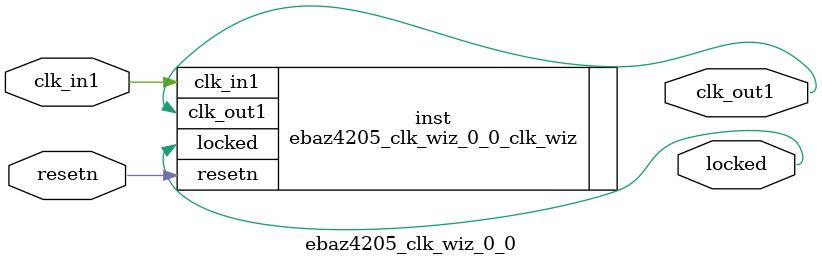
<source format=v>


`timescale 1ps/1ps

(* CORE_GENERATION_INFO = "ebaz4205_clk_wiz_0_0,clk_wiz_v6_0_11_0_0,{component_name=ebaz4205_clk_wiz_0_0,use_phase_alignment=true,use_min_o_jitter=false,use_max_i_jitter=false,use_dyn_phase_shift=false,use_inclk_switchover=false,use_dyn_reconfig=false,enable_axi=0,feedback_source=FDBK_AUTO,PRIMITIVE=PLL,num_out_clk=1,clkin1_period=10.000,clkin2_period=10.000,use_power_down=false,use_reset=true,use_locked=true,use_inclk_stopped=false,feedback_type=SINGLE,CLOCK_MGR_TYPE=NA,manual_override=false}" *)

module ebaz4205_clk_wiz_0_0 
 (
  // Clock out ports
  output        clk_out1,
  // Status and control signals
  input         resetn,
  output        locked,
 // Clock in ports
  input         clk_in1
 );

  ebaz4205_clk_wiz_0_0_clk_wiz inst
  (
  // Clock out ports  
  .clk_out1(clk_out1),
  // Status and control signals               
  .resetn(resetn), 
  .locked(locked),
 // Clock in ports
  .clk_in1(clk_in1)
  );

endmodule

</source>
